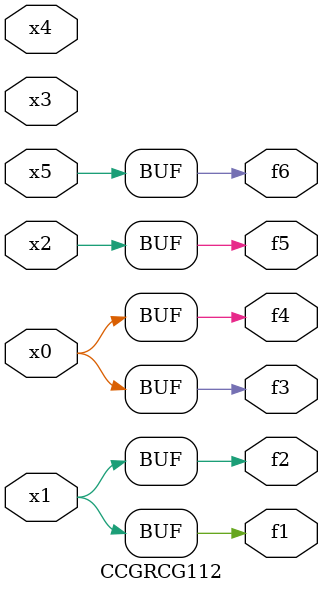
<source format=v>
module CCGRCG112(
	input x0, x1, x2, x3, x4, x5,
	output f1, f2, f3, f4, f5, f6
);
	assign f1 = x1;
	assign f2 = x1;
	assign f3 = x0;
	assign f4 = x0;
	assign f5 = x2;
	assign f6 = x5;
endmodule

</source>
